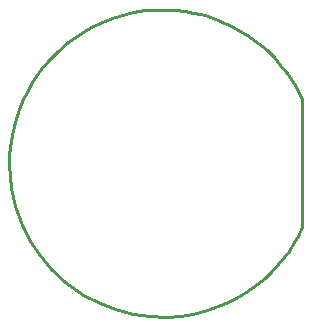
<source format=gko>
G04*
G04 #@! TF.GenerationSoftware,Altium Limited,Altium Designer,23.0.1 (38)*
G04*
G04 Layer_Color=16711935*
%FSLAX25Y25*%
%MOIN*%
G70*
G04*
G04 #@! TF.SameCoordinates,78B848BC-93E4-4EEF-81BE-5096D5435DE8*
G04*
G04*
G04 #@! TF.FilePolarity,Positive*
G04*
G01*
G75*
%ADD103C,0.01000*%
D103*
X0Y50500D02*
X200Y46900D01*
X700Y42900D01*
X2100Y36800D01*
X49400Y102400D02*
X53000D01*
X45400Y102100D02*
X49400Y102400D01*
X53000D02*
X55500Y102200D01*
X58800Y101800D01*
X61200Y101400D01*
X63900Y100800D01*
X92600Y81300D02*
X95200Y77400D01*
X90500Y84000D02*
X92600Y81300D01*
X95200Y77400D02*
X97700Y72600D01*
X4700D02*
X5900Y75000D01*
X3200Y69100D02*
X4700Y72600D01*
X1900Y64900D02*
X3200Y69100D01*
X900Y60700D02*
X1900Y64900D01*
X300Y56600D02*
X900Y60700D01*
X100Y53900D02*
X300Y56600D01*
X0Y50500D02*
X100Y53900D01*
X2100Y36800D02*
X4300Y30700D01*
X7000Y25400D01*
X10000Y20800D01*
X14000Y16000D01*
X18800Y11600D01*
X24800Y7400D01*
X30300Y4500D01*
X35200Y2600D01*
X41300Y1000D01*
X47100Y200D01*
X52200Y0D01*
X56900Y300D01*
X61300Y1000D01*
X66000Y2200D01*
X69800Y3500D01*
X73000Y4900D01*
X75800Y6300D01*
X79000Y8200D01*
X82600Y10800D01*
X85200Y12900D01*
X87400Y15000D01*
X89800Y17600D01*
X91800Y20000D01*
X93300Y22000D01*
X95100Y24800D01*
X96300Y27000D01*
X97700Y29900D01*
Y72600D01*
X88200Y86500D02*
X90500Y84000D01*
X85900Y88800D02*
X88200Y86500D01*
X84200Y90300D02*
X85900Y88800D01*
X82100Y92000D02*
X84200Y90300D01*
X79400Y93900D02*
X82100Y92000D01*
X74100Y97000D02*
X79400Y93900D01*
X70500Y98600D02*
X74100Y97000D01*
X66400Y100100D02*
X70500Y98600D01*
X63900Y100800D02*
X66400Y100100D01*
X41300Y101500D02*
X45400Y102100D01*
X34200Y99500D02*
X41300Y101500D01*
X30400Y98000D02*
X34200Y99500D01*
X27400Y96500D02*
X30400Y98000D01*
X24700Y95000D02*
X27400Y96500D01*
X19600Y91500D02*
X24700Y95000D01*
X15900Y88300D02*
X19600Y91500D01*
X13000Y85300D02*
X15900Y88300D01*
X10700Y82500D02*
X13000Y85300D01*
X9100Y80300D02*
X10700Y82500D01*
X7700Y78100D02*
X9100Y80300D01*
X5900Y75000D02*
X7700Y78100D01*
M02*

</source>
